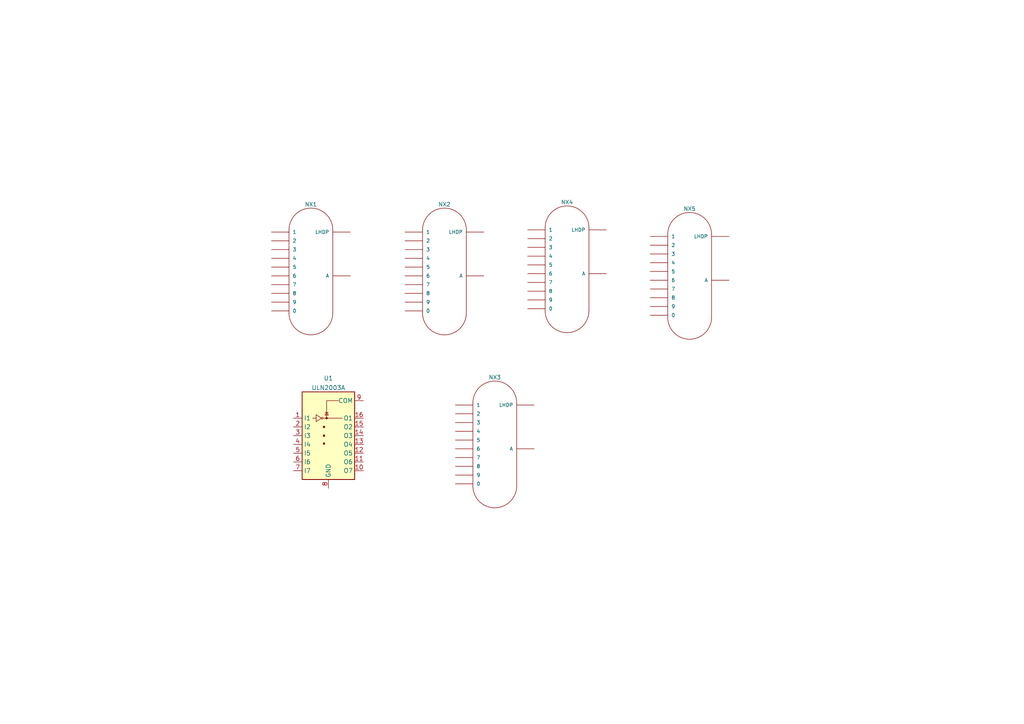
<source format=kicad_sch>
(kicad_sch (version 20211123) (generator eeschema)
  (paper "A4")
  (lib_symbols
    (symbol "Transistor_Array:ULN2003A"
      (property "Reference" "U" (at 0 15.875 0))
      (property "Value" "ULN2003A" (at 0 13.97 0))
      (symbol "ULN2003A_0_1"
        (rectangle (start -7.62 -12.7) (end 7.62 12.7) (stroke (width 0.254)) (fill (type background)))
        (circle (center -1.778 5.08) (radius 0.254))
        (circle (center -1.27 -2.286) (radius 0.254) (fill (type outline)))
        (circle (center -1.27 0) (radius 0.254) (fill (type outline)))
        (circle (center -1.27 2.54) (radius 0.254) (fill (type outline)))
        (circle (center -0.508 5.08) (radius 0.254) (fill (type outline)))
        (polyline (pts (xy -4.572 5.08) (xy -3.556 5.08)))
        (polyline (pts (xy -1.524 5.08) (xy 4.064 5.08)))
        (polyline (pts (xy 0 6.731) (xy -1.016 6.731)))
        (polyline (pts (xy -0.508 5.08) (xy -0.508 10.16) (xy 2.921 10.16)))
        (polyline (pts (xy -3.556 6.096) (xy -3.556 4.064) (xy -2.032 5.08) (xy -3.556 6.096)))
        (polyline (pts (xy 0 5.969) (xy -1.016 5.969) (xy -0.508 6.731) (xy 0 5.969)))
      )
      (symbol "ULN2003A_1_1"
        (pin input line (at -10.16 5.08 0) (length 2.54) (name "I1") (number "1"))
        (pin open_collector line (at 10.16 -10.16 180) (length 2.54) (name "O7") (number "10"))
        (pin open_collector line (at 10.16 -7.62 180) (length 2.54) (name "O6") (number "11"))
        (pin open_collector line (at 10.16 -5.08 180) (length 2.54) (name "O5") (number "12"))
        (pin open_collector line (at 10.16 -2.54 180) (length 2.54) (name "O4") (number "13"))
        (pin open_collector line (at 10.16 0 180) (length 2.54) (name "O3") (number "14"))
        (pin open_collector line (at 10.16 2.54 180) (length 2.54) (name "O2") (number "15"))
        (pin open_collector line (at 10.16 5.08 180) (length 2.54) (name "O1") (number "16"))
        (pin input line (at -10.16 2.54 0) (length 2.54) (name "I2") (number "2"))
        (pin input line (at -10.16 0 0) (length 2.54) (name "I3") (number "3"))
        (pin input line (at -10.16 -2.54 0) (length 2.54) (name "I4") (number "4"))
        (pin input line (at -10.16 -5.08 0) (length 2.54) (name "I5") (number "5"))
        (pin input line (at -10.16 -7.62 0) (length 2.54) (name "I6") (number "6"))
        (pin input line (at -10.16 -10.16 0) (length 2.54) (name "I7") (number "7"))
        (pin power_in line (at 0 -15.24 90) (length 2.54) (name "GND") (number "8"))
        (pin passive line (at 10.16 10.16 180) (length 2.54) (name "COM") (number "9"))
      )
    )
    (symbol "nixies-us:IN-12BIN-12-DSUB" (pin_numbers hide) (pin_names (offset 1.016))
      (property "Reference" "NX" (at -4.445 20.955 0))
      (symbol "IN-12BIN-12-DSUB_1_0"
        (polyline (pts (xy -7.62 -10.795) (xy -7.62 13.335)))
        (polyline (pts (xy 5.08 -10.795) (xy 5.08 13.335)))
      )
      (symbol "IN-12BIN-12-DSUB_1_1"
        (arc (start -7.62 -10.795) (mid -1.27 -17.145) (end 5.08 -10.795))
        (arc (start 5.08 13.335) (mid -1.27 19.685) (end -7.62 13.335))
        (pin bidirectional line (at -12.7 -10.16 0) (length 5.08) (name "0") (number "0"))
        (pin bidirectional line (at -12.7 12.7 0) (length 5.08) (name "1") (number "1"))
        (pin bidirectional line (at -12.7 10.16 0) (length 5.08) (name "2") (number "2"))
        (pin bidirectional line (at -12.7 7.62 0) (length 5.08) (name "3") (number "3"))
        (pin bidirectional line (at -12.7 5.08 0) (length 5.08) (name "4") (number "4"))
        (pin bidirectional line (at -12.7 2.54 0) (length 5.08) (name "5") (number "5"))
        (pin bidirectional line (at -12.7 0 0) (length 5.08) (name "6") (number "6"))
        (pin bidirectional line (at -12.7 -2.54 0) (length 5.08) (name "7") (number "7"))
        (pin bidirectional line (at -12.7 -5.08 0) (length 5.08) (name "8") (number "8"))
        (pin bidirectional line (at -12.7 -7.62 0) (length 5.08) (name "9") (number "9"))
        (pin bidirectional line (at 10.16 0 180) (length 5.08) (name "A") (number "A"))
        (pin bidirectional line (at 10.16 12.7 180) (length 5.08) (name "LHDP") (number "LHDP"))
      )
    )
    (symbol "nixies-us:IN-12BORIGINAL" (pin_numbers hide) (pin_names (offset 1.016))
      (property "Reference" "NX" (at -4.445 20.955 0))
      (symbol "IN-12BORIGINAL_1_0"
        (polyline (pts (xy -7.62 -10.795) (xy -7.62 13.335)))
        (polyline (pts (xy 5.08 -10.795) (xy 5.08 13.335)))
      )
      (symbol "IN-12BORIGINAL_1_1"
        (arc (start -7.62 -10.795) (mid -1.27 -17.145) (end 5.08 -10.795))
        (arc (start 5.08 13.335) (mid -1.27 19.685) (end -7.62 13.335))
        (pin bidirectional line (at -12.7 -10.16 0) (length 5.08) (name "0") (number "0"))
        (pin bidirectional line (at -12.7 12.7 0) (length 5.08) (name "1") (number "1"))
        (pin bidirectional line (at -12.7 10.16 0) (length 5.08) (name "2") (number "2"))
        (pin bidirectional line (at -12.7 7.62 0) (length 5.08) (name "3") (number "3"))
        (pin bidirectional line (at -12.7 5.08 0) (length 5.08) (name "4") (number "4"))
        (pin bidirectional line (at -12.7 2.54 0) (length 5.08) (name "5") (number "5"))
        (pin bidirectional line (at -12.7 0 0) (length 5.08) (name "6") (number "6"))
        (pin bidirectional line (at -12.7 -2.54 0) (length 5.08) (name "7") (number "7"))
        (pin bidirectional line (at -12.7 -5.08 0) (length 5.08) (name "8") (number "8"))
        (pin bidirectional line (at -12.7 -7.62 0) (length 5.08) (name "9") (number "9"))
        (pin bidirectional line (at 10.16 0 180) (length 5.08) (name "A") (number "A"))
        (pin bidirectional line (at 10.16 12.7 180) (length 5.08) (name "LHDP") (number "LHDP"))
      )
    )
  )
  (symbol (lib_id "nixies-us:IN-12BORIGINAL") (at 165.735 79.375 0) (unit 1)
    (property "Reference" "NX4" (at 164.465 58.6558 0) (effects (font (size 1.143 1.143))))
    (property "Value" "IN-12BORIGINAL" (effects hide))
    (property "Footprint" "nixies-us:nixies-us-IN-12" (effects hide))
  )
  (symbol (lib_id "nixies-us:IN-12BORIGINAL") (at 201.295 81.28 0) (unit 1)
    (property "Reference" "NX5" (at 200.025 60.5608 0) (effects (font (size 1.143 1.143))))
    (property "Value" "IN-12BORIGINAL" (effects hide))
    (property "Footprint" "nixies-us:nixies-us-IN-12" (effects hide))
  )
  (symbol (lib_id "Transistor_Array:ULN2003A") (at 95.25 126.365 0) (unit 1)
    (property "Reference" "U1" (at 95.25 109.6985 0))
    (property "Value" "ULN2003A" (at 95.25 112.4736 0))
    (property "Datasheet" "http://www.ti.com/lit/ds/symlink/uln2003a.pdf" (effects hide))
    (property "lcsc" "C7512" (effects hide))
  )
  (symbol (lib_id "nixies-us:IN-12BIN-12-DSUB") (at 144.78 130.175 0) (unit 1)
    (property "Reference" "NX3" (at 143.51 109.4558 0) (effects (font (size 1.143 1.143))))
    (property "Value" "IN-12BIN-12-DSUB" (effects hide))
    (property "Footprint" "nixies-us:nixies-us-IN-12-DSUB" (effects hide))
  )
  (symbol (lib_id "nixies-us:IN-12BORIGINAL") (at 91.44 80.01 0) (unit 1)
    (property "Reference" "NX1" (at 90.17 59.2908 0) (effects (font (size 1.143 1.143))))
    (property "Value" "IN-12BORIGINAL" (effects hide))
    (property "Footprint" "nixies-us:nixies-us-IN-12" (effects hide))
  )
  (symbol (lib_id "nixies-us:IN-12BORIGINAL") (at 130.175 80.01 0) (unit 1)
    (property "Reference" "NX2" (at 128.905 59.2908 0) (effects (font (size 1.143 1.143))))
    (property "Value" "IN-12BORIGINAL" (effects hide))
    (property "Footprint" "nixies-us:nixies-us-IN-12" (effects hide))
  )
)
</source>
